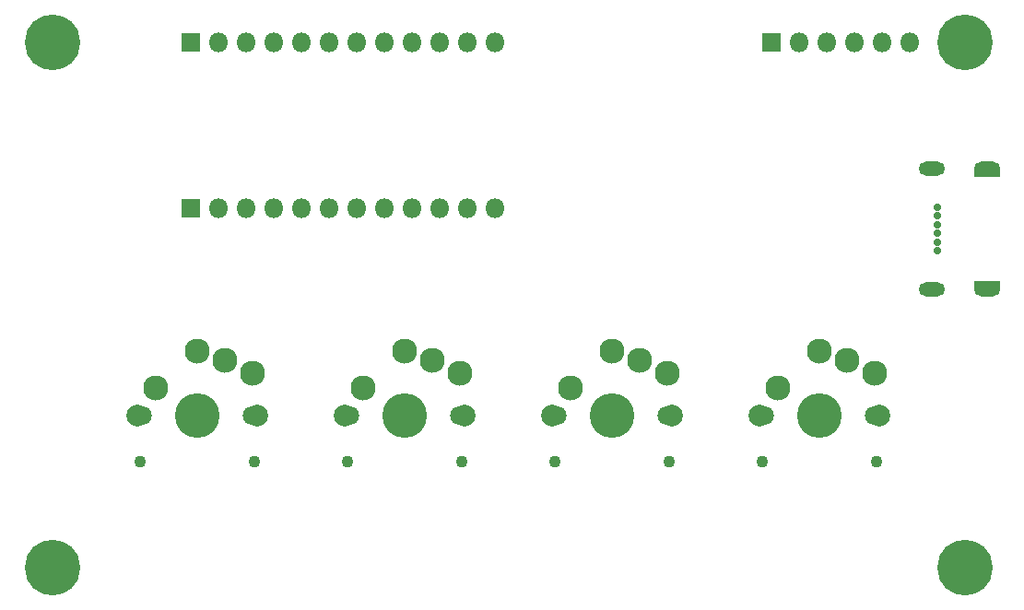
<source format=gbr>
G04 #@! TF.GenerationSoftware,KiCad,Pcbnew,(5.1.6-0-10_14)*
G04 #@! TF.CreationDate,2020-07-26T20:14:21+09:00*
G04 #@! TF.ProjectId,name_card_keyboard,6e616d65-5f63-4617-9264-5f6b6579626f,rev?*
G04 #@! TF.SameCoordinates,Original*
G04 #@! TF.FileFunction,Soldermask,Bot*
G04 #@! TF.FilePolarity,Negative*
%FSLAX46Y46*%
G04 Gerber Fmt 4.6, Leading zero omitted, Abs format (unit mm)*
G04 Created by KiCad (PCBNEW (5.1.6-0-10_14)) date 2020-07-26 20:14:21*
%MOMM*%
%LPD*%
G01*
G04 APERTURE LIST*
%ADD10R,0.360000X0.750000*%
%ADD11R,2.400000X0.350000*%
%ADD12O,2.400000X1.300000*%
%ADD13C,0.700000*%
%ADD14C,1.100000*%
%ADD15C,1.800000*%
%ADD16C,2.300000*%
%ADD17C,2.000000*%
%ADD18C,4.100000*%
%ADD19O,1.800000X1.800000*%
%ADD20R,1.800000X1.800000*%
%ADD21C,5.100000*%
G04 APERTURE END LIST*
D10*
G04 #@! TO.C,J1*
X187857000Y-94525000D03*
X189897000Y-94525000D03*
D11*
X188877000Y-94725000D03*
D10*
X189897000Y-104915000D03*
X187857000Y-104915000D03*
D11*
X188877000Y-104665000D03*
D12*
X188877000Y-94145000D03*
X188877000Y-105245000D03*
X183827000Y-94145000D03*
X183827000Y-105245000D03*
D13*
X184277000Y-97695000D03*
X184277000Y-98495000D03*
X184277000Y-99295000D03*
X184277000Y-100095000D03*
X184277000Y-100895000D03*
X184277000Y-101695000D03*
G04 #@! TD*
D14*
G04 #@! TO.C,SW4*
X168262000Y-121040000D03*
X178702000Y-121040000D03*
D15*
X168402000Y-116840000D03*
X178562000Y-116840000D03*
D16*
X169672000Y-114300000D03*
X176022000Y-111760000D03*
X173482000Y-110940000D03*
D17*
X178982000Y-116840000D03*
X167982000Y-116840000D03*
D18*
X173482000Y-116840000D03*
D16*
X178582000Y-112940000D03*
G04 #@! TD*
D14*
G04 #@! TO.C,SW3*
X149212000Y-121040000D03*
X159652000Y-121040000D03*
D15*
X149352000Y-116840000D03*
X159512000Y-116840000D03*
D16*
X150622000Y-114300000D03*
X156972000Y-111760000D03*
X154432000Y-110940000D03*
D17*
X159932000Y-116840000D03*
X148932000Y-116840000D03*
D18*
X154432000Y-116840000D03*
D16*
X159532000Y-112940000D03*
G04 #@! TD*
D19*
G04 #@! TO.C,J3*
X143637000Y-82550000D03*
X141097000Y-82550000D03*
X138557000Y-82550000D03*
X136017000Y-82550000D03*
X133477000Y-82550000D03*
X130937000Y-82550000D03*
X128397000Y-82550000D03*
X125857000Y-82550000D03*
X123317000Y-82550000D03*
X120777000Y-82550000D03*
X118237000Y-82550000D03*
D20*
X115697000Y-82550000D03*
G04 #@! TD*
D14*
G04 #@! TO.C,SW2*
X130162000Y-121040000D03*
X140602000Y-121040000D03*
D15*
X130302000Y-116840000D03*
X140462000Y-116840000D03*
D16*
X131572000Y-114300000D03*
X137922000Y-111760000D03*
X135382000Y-110940000D03*
D17*
X140882000Y-116840000D03*
X129882000Y-116840000D03*
D18*
X135382000Y-116840000D03*
D16*
X140482000Y-112940000D03*
G04 #@! TD*
D21*
G04 #@! TO.C,Ref\u002A\u002A*
X102997000Y-130810000D03*
G04 #@! TD*
G04 #@! TO.C,Ref\u002A\u002A*
X102997000Y-82550000D03*
G04 #@! TD*
G04 #@! TO.C,Ref\u002A\u002A*
X186817000Y-130810000D03*
G04 #@! TD*
G04 #@! TO.C,Ref\u002A\u002A*
X186817000Y-82550000D03*
G04 #@! TD*
D19*
G04 #@! TO.C,J2*
X143637000Y-97790000D03*
X141097000Y-97790000D03*
X138557000Y-97790000D03*
X136017000Y-97790000D03*
X133477000Y-97790000D03*
X130937000Y-97790000D03*
X128397000Y-97790000D03*
X125857000Y-97790000D03*
X123317000Y-97790000D03*
X120777000Y-97790000D03*
X118237000Y-97790000D03*
D20*
X115697000Y-97790000D03*
G04 #@! TD*
D19*
G04 #@! TO.C,J4*
X181737000Y-82550000D03*
X179197000Y-82550000D03*
X176657000Y-82550000D03*
X174117000Y-82550000D03*
X171577000Y-82550000D03*
D20*
X169037000Y-82550000D03*
G04 #@! TD*
D14*
G04 #@! TO.C,SW1*
X111112000Y-121040000D03*
X121552000Y-121040000D03*
D15*
X111252000Y-116840000D03*
X121412000Y-116840000D03*
D16*
X112522000Y-114300000D03*
X118872000Y-111760000D03*
X116332000Y-110940000D03*
D17*
X121832000Y-116840000D03*
X110832000Y-116840000D03*
D18*
X116332000Y-116840000D03*
D16*
X121432000Y-112940000D03*
G04 #@! TD*
M02*

</source>
